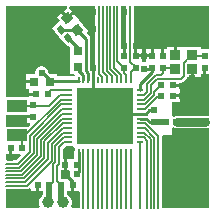
<source format=gtl>
G04 Layer_Physical_Order=1*
G04 Layer_Color=255*
%FSLAX24Y24*%
%MOIN*%
G70*
G01*
G75*
%ADD10R,0.0197X0.0236*%
%ADD11R,0.0236X0.0197*%
%ADD12R,0.0374X0.0335*%
%ADD13R,0.0256X0.0197*%
%ADD14R,0.0295X0.0315*%
%ADD15R,0.0709X0.0394*%
%ADD16R,0.0300X0.0300*%
G04:AMPARAMS|DCode=17|XSize=31.5mil|YSize=29.5mil|CornerRadius=0mil|HoleSize=0mil|Usage=FLASHONLY|Rotation=40.000|XOffset=0mil|YOffset=0mil|HoleType=Round|Shape=Rectangle|*
%AMROTATEDRECTD17*
4,1,4,-0.0026,-0.0214,-0.0216,0.0012,0.0026,0.0214,0.0216,-0.0012,-0.0026,-0.0214,0.0*
%
%ADD17ROTATEDRECTD17*%

G04:AMPARAMS|DCode=18|XSize=19.7mil|YSize=25.6mil|CornerRadius=0mil|HoleSize=0mil|Usage=FLASHONLY|Rotation=40.000|XOffset=0mil|YOffset=0mil|HoleType=Round|Shape=Rectangle|*
%AMROTATEDRECTD18*
4,1,4,0.0007,-0.0161,-0.0158,0.0035,-0.0007,0.0161,0.0158,-0.0035,0.0007,-0.0161,0.0*
%
%ADD18ROTATEDRECTD18*%

%ADD19R,0.0315X0.0295*%
%ADD20O,0.0256X0.0079*%
%ADD21O,0.0079X0.0256*%
%ADD22R,0.1850X0.1850*%
%ADD23C,0.0060*%
%ADD24C,0.0090*%
%ADD25C,0.0300*%
%ADD26C,0.0100*%
%ADD27C,0.0080*%
%ADD28C,0.0200*%
%ADD29C,0.0110*%
%ADD30C,0.0197*%
%ADD31C,0.0197*%
%ADD32C,0.0394*%
%ADD33C,0.0240*%
%ADD34C,0.0260*%
G36*
X-3087Y-1258D02*
X-2818D01*
X-2799Y-1305D01*
X-2954Y-1460D01*
X-3280D01*
Y-1258D01*
X-3187D01*
Y-1060D01*
X-3087D01*
Y-1258D01*
D02*
G37*
G36*
X-1025Y-1025D02*
X-1003Y-1075D01*
X-1004Y-1080D01*
X-1006Y-1102D01*
Y-1152D01*
X-1010Y-1168D01*
X-1012Y-1191D01*
Y-1412D01*
X-1267D01*
Y-1610D01*
Y-1808D01*
X-1181D01*
X-1164Y-1825D01*
X-1148Y-1858D01*
X-1153Y-1873D01*
X-1159Y-1901D01*
X-1160Y-1930D01*
X-1159Y-1959D01*
X-1153Y-1987D01*
X-1144Y-2014D01*
X-1131Y-2040D01*
X-1123Y-2052D01*
X-1138Y-2089D01*
X-1149Y-2102D01*
X-1460D01*
X-1467Y-2101D01*
X-1470Y-2099D01*
Y-1808D01*
X-1367D01*
Y-1610D01*
Y-1412D01*
X-1398D01*
Y-1096D01*
X-1305Y-1003D01*
X-1301Y-1004D01*
X-1280Y-1006D01*
X-1102D01*
X-1080Y-1004D01*
X-1075Y-1003D01*
X-1025Y-1025D01*
D02*
G37*
G36*
X-2578Y33D02*
X-2380D01*
Y-67D01*
X-2578D01*
Y-235D01*
X-2501D01*
X-2482Y-281D01*
X-2546Y-345D01*
X-3280D01*
Y45D01*
X-2578D01*
Y33D01*
D02*
G37*
G36*
X2323Y-383D02*
X2348Y-391D01*
X2374Y-396D01*
X2400Y-398D01*
X3350D01*
X3357Y-397D01*
X3460D01*
Y-3050D01*
X1900D01*
Y-663D01*
X1944Y-630D01*
X2250D01*
Y-448D01*
X2251Y-398D01*
X2300Y-371D01*
X2323Y-383D01*
D02*
G37*
G36*
X-1023Y-2498D02*
X-855D01*
X-839Y-2542D01*
Y-3050D01*
X-1098D01*
X-1127Y-3000D01*
X-1127Y-2999D01*
X-1114Y-2968D01*
X-1105Y-2936D01*
X-1100Y-2903D01*
X-1098Y-2870D01*
X-1100Y-2837D01*
X-1105Y-2804D01*
X-1114Y-2772D01*
X-1127Y-2741D01*
X-1143Y-2712D01*
X-1163Y-2685D01*
X-1185Y-2660D01*
X-1210Y-2638D01*
X-1237Y-2618D01*
X-1266Y-2602D01*
X-1268Y-2601D01*
Y-2498D01*
X-1123D01*
Y-2300D01*
X-1023D01*
Y-2498D01*
D02*
G37*
G36*
X-2187D02*
X-2042D01*
Y-2612D01*
X-2053Y-2618D01*
X-2080Y-2638D01*
X-2105Y-2660D01*
X-2127Y-2685D01*
X-2147Y-2712D01*
X-2163Y-2741D01*
X-2176Y-2772D01*
X-2185Y-2804D01*
X-2190Y-2837D01*
X-2192Y-2870D01*
X-2190Y-2903D01*
X-2185Y-2936D01*
X-2176Y-2968D01*
X-2163Y-2999D01*
X-2163Y-3000D01*
X-2192Y-3050D01*
X-3280D01*
Y-2440D01*
X-2600D01*
X-2580Y-2439D01*
X-2560Y-2434D01*
X-2541Y-2426D01*
X-2523Y-2415D01*
X-2508Y-2402D01*
X-2501Y-2396D01*
X-2455Y-2415D01*
Y-2498D01*
X-2287D01*
Y-2300D01*
X-2187D01*
Y-2498D01*
D02*
G37*
G36*
X-310Y1450D02*
X-335Y1427D01*
X-356Y1415D01*
X-360Y1415D01*
X-372Y1418D01*
X-394Y1419D01*
X-406Y1430D01*
Y1453D01*
X-408Y1476D01*
X-413Y1498D01*
X-422Y1519D01*
X-434Y1539D01*
X-448Y1556D01*
X-475Y1582D01*
Y2590D01*
X-476Y2612D01*
X-482Y2634D01*
X-490Y2656D01*
X-502Y2675D01*
X-517Y2692D01*
X-595Y2770D01*
X-593Y2820D01*
X-552Y2854D01*
X-862Y3223D01*
X-871Y3234D01*
X-894Y3261D01*
X-926Y3300D01*
X-1021Y3413D01*
X-1218Y3247D01*
X-1251Y3286D01*
X-1289Y3253D01*
X-1448Y3443D01*
X-1607Y3310D01*
X-1488Y3168D01*
X-1768Y2932D01*
X-1528Y2646D01*
X-1235Y2297D01*
X-1187Y2337D01*
X-1147Y2297D01*
Y1940D01*
X-1147D01*
Y1904D01*
X-1147D01*
Y1409D01*
X-1012D01*
X-992Y1377D01*
X-987Y1366D01*
X-1015Y1327D01*
X-1587D01*
Y1407D01*
X-1820D01*
X-1879Y1467D01*
X-1880Y1476D01*
X-1885Y1505D01*
X-1895Y1532D01*
X-1908Y1558D01*
X-1924Y1582D01*
X-1943Y1604D01*
X-1964Y1623D01*
X-1988Y1639D01*
X-2014Y1651D01*
X-2041Y1661D01*
X-2070Y1666D01*
X-2098Y1668D01*
X-2127Y1666D01*
X-2155Y1661D01*
X-2183Y1651D01*
X-2209Y1639D01*
X-2233Y1623D01*
X-2254Y1604D01*
X-2273Y1582D01*
X-2289Y1558D01*
X-2302Y1532D01*
X-2311Y1505D01*
X-2317Y1476D01*
X-2319Y1448D01*
X-2363Y1407D01*
X-2613D01*
Y1200D01*
X-2366D01*
Y1100D01*
X-2613D01*
Y893D01*
X-2515D01*
Y790D01*
X-2297D01*
Y690D01*
X-2515D01*
Y639D01*
X-3280D01*
Y3660D01*
X-1268D01*
X-1250Y3610D01*
X-1371Y3507D01*
X-1244Y3356D01*
X-1085Y3489D01*
X-1186Y3610D01*
X-1163Y3660D01*
X-310D01*
Y1450D01*
D02*
G37*
G36*
X3460Y2225D02*
X3212D01*
Y2304D01*
X2405D01*
Y2036D01*
X2305D01*
Y2304D01*
X2068D01*
Y2225D01*
X1990D01*
Y2007D01*
X1890D01*
Y2225D01*
X1640D01*
Y2007D01*
X1590D01*
Y1957D01*
X1392D01*
Y1838D01*
X1387Y1829D01*
X1342Y1798D01*
X1339Y1799D01*
X1310Y1801D01*
X1281Y1799D01*
X1278Y1798D01*
X1233Y1829D01*
X1228Y1838D01*
Y1957D01*
X1030D01*
Y2007D01*
X980D01*
Y2225D01*
X970D01*
Y3660D01*
X3460D01*
Y2225D01*
D02*
G37*
G36*
X3390Y1395D02*
X3460D01*
Y3D01*
X3357D01*
X3350Y3D01*
X2400D01*
X2374Y1D01*
X2348Y-4D01*
X2323Y-12D01*
X2300Y-24D01*
X2258Y-5D01*
X2250Y3D01*
Y482D01*
X2495D01*
Y630D01*
X2277D01*
Y730D01*
X2495D01*
Y832D01*
X2495D01*
Y980D01*
X2277D01*
Y1080D01*
X2495D01*
Y1120D01*
X2540D01*
X2560Y1121D01*
X2580Y1126D01*
X2599Y1134D01*
X2617Y1145D01*
X2632Y1158D01*
X2732Y1258D01*
X2745Y1273D01*
X2756Y1291D01*
X2764Y1310D01*
X2766Y1316D01*
X2875D01*
Y1584D01*
X2975D01*
Y1316D01*
X3212D01*
Y1395D01*
X3290D01*
Y1613D01*
X3390D01*
Y1395D01*
D02*
G37*
G36*
X710Y2225D02*
X700D01*
Y2007D01*
X600D01*
Y2225D01*
X550D01*
Y3660D01*
X710D01*
Y2225D01*
D02*
G37*
%LPC*%
G36*
X1228D02*
X1080D01*
Y2057D01*
X1228D01*
Y2225D01*
D02*
G37*
G36*
X1540Y2225D02*
X1392D01*
Y2057D01*
X1540D01*
Y2225D01*
D02*
G37*
%LPD*%
D10*
X1030Y2007D02*
D03*
Y1613D02*
D03*
X1940Y2007D02*
D03*
Y1613D02*
D03*
X1650Y-197D02*
D03*
Y197D02*
D03*
X1590Y2007D02*
D03*
Y1613D02*
D03*
X-2380Y-17D02*
D03*
Y377D02*
D03*
X3340Y1613D02*
D03*
Y2007D02*
D03*
X650Y1613D02*
D03*
Y2007D02*
D03*
D11*
X-1467Y-2300D02*
D03*
X-1073D02*
D03*
X-2297Y740D02*
D03*
X-1903D02*
D03*
X1883Y680D02*
D03*
X2277D02*
D03*
X2277Y1030D02*
D03*
X1883D02*
D03*
X-2237Y-2300D02*
D03*
X-1843D02*
D03*
X-3137Y-1060D02*
D03*
X-2743D02*
D03*
X-1317Y-1610D02*
D03*
X-923D02*
D03*
D12*
X2355Y1584D02*
D03*
Y2036D02*
D03*
X2925D02*
D03*
Y1584D02*
D03*
D13*
X2023Y-200D02*
D03*
X2397D02*
D03*
D14*
X-1834Y1150D02*
D03*
X-2366D02*
D03*
D15*
X-2940Y342D02*
D03*
Y-642D02*
D03*
D16*
X3350Y-197D02*
D03*
D17*
X-1251Y3286D02*
D03*
X-909Y2878D02*
D03*
D18*
X-1230Y2599D02*
D03*
X-1470Y2885D02*
D03*
D19*
X-890Y2188D02*
D03*
Y1656D02*
D03*
D20*
X-1191Y866D02*
D03*
Y709D02*
D03*
Y551D02*
D03*
Y394D02*
D03*
Y236D02*
D03*
Y79D02*
D03*
Y-79D02*
D03*
Y-236D02*
D03*
Y-394D02*
D03*
Y-551D02*
D03*
Y-709D02*
D03*
Y-866D02*
D03*
X1191D02*
D03*
Y-709D02*
D03*
Y-551D02*
D03*
Y-394D02*
D03*
Y-236D02*
D03*
Y-79D02*
D03*
Y79D02*
D03*
Y236D02*
D03*
Y394D02*
D03*
Y551D02*
D03*
Y709D02*
D03*
Y866D02*
D03*
D21*
X-866Y-1191D02*
D03*
X-709D02*
D03*
X-551D02*
D03*
X-394D02*
D03*
X-236D02*
D03*
X-79D02*
D03*
X79D02*
D03*
X236D02*
D03*
X394D02*
D03*
X551D02*
D03*
X709D02*
D03*
X866D02*
D03*
Y1191D02*
D03*
X709D02*
D03*
X551D02*
D03*
X394D02*
D03*
X236D02*
D03*
X79D02*
D03*
X-79D02*
D03*
X-236D02*
D03*
X-394D02*
D03*
X-551D02*
D03*
X-709D02*
D03*
X-866D02*
D03*
D22*
X0Y0D02*
D03*
D23*
X-1529Y-1579D02*
Y-1042D01*
X-1600Y-2167D02*
Y-1650D01*
X-1529Y-1579D01*
X-1769Y-1479D02*
Y-943D01*
X-2600Y-2310D02*
X-1769Y-1479D01*
X-1889Y-1429D02*
Y-893D01*
X-2650Y-2190D02*
X-1889Y-1429D01*
X-2009Y-1379D02*
Y-843D01*
X-2700Y-2070D02*
X-2009Y-1379D01*
X-2129Y-1000D02*
Y-794D01*
X-2130Y-1001D02*
X-2129Y-1000D01*
X-2130Y-1329D02*
Y-1001D01*
X-2751Y-1950D02*
X-2130Y-1329D01*
X-2250Y-1279D02*
Y-910D01*
X-2801Y-1830D02*
X-2250Y-1279D01*
X-2370Y-1230D02*
Y-694D01*
X-2850Y-1710D02*
X-2370Y-1230D01*
X-2490Y-1180D02*
Y-644D01*
X-2900Y-1590D02*
X-2490Y-1180D01*
X-1649Y-1440D02*
Y-992D01*
X-1649Y-1528D02*
Y-1440D01*
X-3290Y-2310D02*
X-2600D01*
X-3290Y-2190D02*
X-2650D01*
X-3290Y-2070D02*
X-2700D01*
X-2250Y-744D02*
X-1427Y79D01*
X-2250Y-910D02*
Y-744D01*
X-2250Y-910D02*
X-2250Y-910D01*
X-2370Y-694D02*
X-1440Y236D01*
X-2490Y-644D02*
X-1452Y394D01*
X-2658Y-642D02*
X-1465Y551D01*
X-2940Y-642D02*
X-2658D01*
X-1889Y-893D02*
X-1389Y-394D01*
X-1769Y-943D02*
X-1377Y-551D01*
X-3290Y-1950D02*
X-2751D01*
X-3290Y-1830D02*
X-2801D01*
X-3290Y-1710D02*
X-2850D01*
X-3290Y-1590D02*
X-2900D01*
X1409Y813D02*
Y1079D01*
X2640Y1790D02*
X2857Y2007D01*
X2640Y1350D02*
Y1790D01*
X2857Y2007D02*
X3340D01*
X1191Y-709D02*
X1305D01*
X1409Y-813D01*
Y-3060D02*
Y-813D01*
X1191Y-3060D02*
Y-866D01*
X-1477Y709D02*
X-1191D01*
X-1465Y551D02*
X-1191D01*
X-1452Y394D02*
X-1191D01*
X-1440Y236D02*
X-1191D01*
X-1427Y79D02*
X-1191D01*
X-2129Y-794D02*
X-1414Y-79D01*
X-1191D01*
X-1377Y-551D02*
X-1191D01*
X-1649Y-992D02*
X-1365Y-709D01*
X-1191D01*
X-2009Y-843D02*
X-1401Y-236D01*
X-1191D01*
X-1389Y-394D02*
X-1191D01*
X1319Y-551D02*
X1529Y-762D01*
X1331Y-394D02*
X1650Y-713D01*
X1343Y-236D02*
X1770Y-663D01*
X-709Y-3060D02*
Y-1191D01*
X-236Y-3060D02*
Y-1191D01*
X-394Y-3060D02*
Y-1191D01*
X1191Y-236D02*
X1343D01*
X1191Y-394D02*
X1331D01*
X1770Y-3060D02*
Y-663D01*
X1650Y812D02*
X1841Y1002D01*
X1787Y680D02*
X1890D01*
X1191Y709D02*
X1305D01*
X1409Y813D01*
X1191Y551D02*
X1319D01*
X1529Y762D01*
X1191Y394D02*
X1331D01*
X1650Y713D01*
X1650Y812D01*
X1191Y236D02*
X1343D01*
X1787Y680D01*
X866Y-3060D02*
Y-1191D01*
X1529Y-3060D02*
Y-762D01*
X1191Y-551D02*
X1319D01*
X1650Y-3060D02*
Y-713D01*
X1529Y762D02*
Y1025D01*
X2297Y1613D02*
X2375Y1534D01*
X1920Y1613D02*
X2297D01*
X709Y-3060D02*
Y-1191D01*
X551Y-3060D02*
Y-1191D01*
X394Y-3060D02*
Y-1191D01*
X236Y-3060D02*
Y-1191D01*
X79Y-3060D02*
Y-1191D01*
X-79Y-3060D02*
Y-1191D01*
X-551Y-3060D02*
Y-1191D01*
X-1353Y-866D02*
X-1191D01*
X-1529Y-1042D02*
X-1353Y-866D01*
X-2743Y-1060D02*
Y-839D01*
X-2940Y-642D02*
X-2743Y-839D01*
X-2940Y342D02*
X-1844D01*
X-1477Y709D01*
X-1720Y-1600D02*
X-1649Y-1528D01*
X-1720Y-2180D02*
Y-1600D01*
X-1840Y-2300D02*
X-1720Y-2180D01*
X-1600Y-2167D02*
X-1467Y-2300D01*
X1409Y1079D02*
X1700Y1370D01*
X236Y1191D02*
Y1343D01*
X709Y1191D02*
Y1381D01*
X840Y1820D02*
X1030Y1630D01*
X840Y1820D02*
Y3670D01*
X1529Y1025D02*
X1754Y1250D01*
X2540D01*
X420Y1843D02*
X650Y1613D01*
X420Y1843D02*
Y3670D01*
X551Y1191D02*
Y1368D01*
X394Y1191D02*
Y1356D01*
X180Y1570D02*
X394Y1356D01*
X300Y1619D02*
Y3670D01*
Y1619D02*
X551Y1368D01*
X180Y1570D02*
Y3670D01*
X60Y1519D02*
X236Y1343D01*
X60Y1519D02*
Y3670D01*
X79Y1191D02*
Y1331D01*
X-60Y1470D02*
X79Y1331D01*
X-60Y1470D02*
Y3670D01*
X-79Y1191D02*
Y1319D01*
X-180Y1420D02*
X-79Y1319D01*
X-180Y1420D02*
Y3670D01*
X650Y1439D02*
X709Y1381D01*
X650Y1439D02*
Y1610D01*
X866Y1191D02*
Y1466D01*
X1030Y1630D01*
X2540Y1250D02*
X2640Y1350D01*
X1700Y1370D02*
X1880D01*
X1940Y1430D01*
Y1610D01*
D24*
X-394Y866D02*
Y1191D01*
X-940Y-1930D02*
X-866Y-1856D01*
Y-1191D01*
X-2098Y1448D02*
X-2066D01*
X-1799Y1181D02*
X-870D01*
X-2066Y1448D02*
X-1799Y1181D01*
X1191Y-79D02*
X1378D01*
X1500Y-201D01*
X1653D01*
X1378Y80D02*
X1491Y193D01*
X1653D01*
X243Y80D02*
X1378D01*
X-1073Y-2300D02*
Y-2177D01*
X-1310Y-1940D02*
X-1073Y-2177D01*
X-394Y1191D02*
Y1612D01*
X-1470Y2885D02*
X-916D01*
X-551Y1203D02*
Y1453D01*
X-620Y1522D02*
X-551Y1453D01*
X-620Y1522D02*
Y2590D01*
X-709Y1191D02*
Y1371D01*
X-890Y1552D02*
X-709Y1371D01*
X-890Y1552D02*
Y1656D01*
X-909Y2878D02*
X-620Y2590D01*
D25*
X2400Y-197D02*
X3350D01*
D26*
X1310Y1580D02*
X1317Y1573D01*
X1191Y880D02*
Y1061D01*
X1590Y1573D02*
Y1613D01*
X1317Y1573D02*
X1590D01*
X1191Y1061D02*
X1590Y1460D01*
Y1603D01*
D27*
X-1783Y866D02*
X-1191D01*
X-1902Y748D02*
X-1783Y866D01*
D28*
X1650Y-199D02*
X2003D01*
D29*
X-890Y2188D02*
Y2259D01*
X-1230Y2599D02*
X-890Y2259D01*
D30*
X-1843Y-2818D02*
Y-2300D01*
X-1895Y-2870D02*
X-1843Y-2818D01*
D31*
X-1467Y-2798D02*
Y-2300D01*
Y-2798D02*
X-1395Y-2870D01*
D32*
X-1895D02*
D03*
X-1395D02*
D03*
D33*
X3130Y-2930D02*
D03*
X2020D02*
D03*
X-3160D02*
D03*
X-1070Y-2610D02*
D03*
X-2240D02*
D03*
X-3160Y-1380D02*
D03*
X2372Y138D02*
D03*
X2590Y1010D02*
D03*
Y680D02*
D03*
X-2620Y750D02*
D03*
X-1180Y-1181D02*
D03*
X-940Y-1930D02*
D03*
X2750Y-940D02*
D03*
X-1310Y-1940D02*
D03*
X1310Y1580D02*
D03*
X-2720Y1150D02*
D03*
X-2098Y1448D02*
D03*
X-3160Y1490D02*
D03*
X1050Y2330D02*
D03*
X1590D02*
D03*
X1930D02*
D03*
X1310Y2010D02*
D03*
X3280Y2920D02*
D03*
X2310Y2410D02*
D03*
X3340Y1280D02*
D03*
X3350Y133D02*
D03*
X2400Y-530D02*
D03*
X3350Y-527D02*
D03*
X2030Y-1690D02*
D03*
X3130D02*
D03*
X-2790Y-80D02*
D03*
X-1270Y1552D02*
D03*
X-3160Y3490D02*
D03*
X-1680Y3460D02*
D03*
X-390Y3490D02*
D03*
Y2892D02*
D03*
X-2070Y1790D02*
D03*
X-3160Y2920D02*
D03*
X-2280Y2890D02*
D03*
X-390Y1612D02*
D03*
X3280Y3490D02*
D03*
X1130D02*
D03*
X630Y2330D02*
D03*
Y3490D02*
D03*
X2925Y1274D02*
D03*
D34*
X-709Y709D02*
D03*
X-236D02*
D03*
X236D02*
D03*
X709D02*
D03*
X-709Y236D02*
D03*
X-236D02*
D03*
X236D02*
D03*
X709D02*
D03*
X-709Y-236D02*
D03*
X-236D02*
D03*
X236D02*
D03*
X709D02*
D03*
X-709Y-709D02*
D03*
X-236D02*
D03*
X236D02*
D03*
X709D02*
D03*
M02*

</source>
